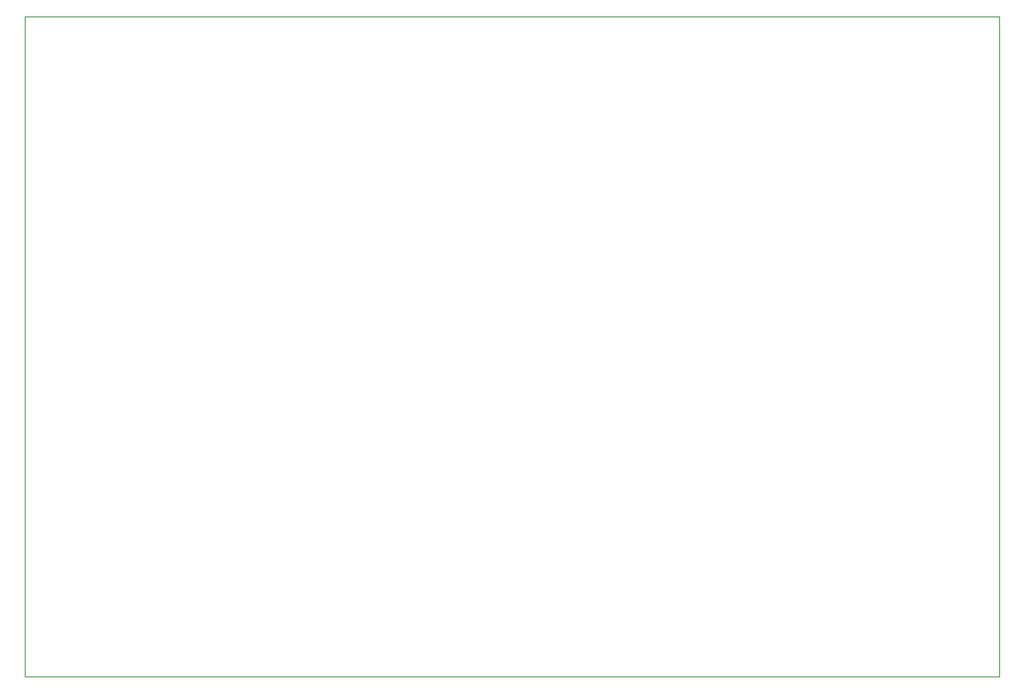
<source format=gbr>
%TF.GenerationSoftware,KiCad,Pcbnew,5.1.9-73d0e3b20d~88~ubuntu20.04.1*%
%TF.CreationDate,2021-03-11T22:20:10-06:00*%
%TF.ProjectId,brd,6272642e-6b69-4636-9164-5f7063625858,rev?*%
%TF.SameCoordinates,Original*%
%TF.FileFunction,Profile,NP*%
%FSLAX46Y46*%
G04 Gerber Fmt 4.6, Leading zero omitted, Abs format (unit mm)*
G04 Created by KiCad (PCBNEW 5.1.9-73d0e3b20d~88~ubuntu20.04.1) date 2021-03-11 22:20:10*
%MOMM*%
%LPD*%
G01*
G04 APERTURE LIST*
%TA.AperFunction,Profile*%
%ADD10C,0.050000*%
%TD*%
G04 APERTURE END LIST*
D10*
X121500000Y-52500000D02*
X21500000Y-52500000D01*
X121500000Y-120250000D02*
X121500000Y-52500000D01*
X21500000Y-120250000D02*
X121500000Y-120250000D01*
X21500000Y-52500000D02*
X21500000Y-120250000D01*
M02*

</source>
